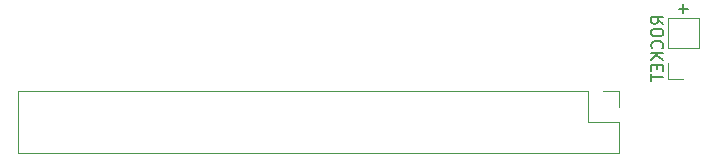
<source format=gbr>
%TF.GenerationSoftware,KiCad,Pcbnew,(5.1.8)-1*%
%TF.CreationDate,2021-09-15T23:56:30-04:00*%
%TF.ProjectId,PiRaceHat,50695261-6365-4486-9174-2e6b69636164,rev?*%
%TF.SameCoordinates,Original*%
%TF.FileFunction,Legend,Bot*%
%TF.FilePolarity,Positive*%
%FSLAX46Y46*%
G04 Gerber Fmt 4.6, Leading zero omitted, Abs format (unit mm)*
G04 Created by KiCad (PCBNEW (5.1.8)-1) date 2021-09-15 23:56:30*
%MOMM*%
%LPD*%
G01*
G04 APERTURE LIST*
%ADD10C,0.150000*%
%ADD11C,0.120000*%
%ADD12R,1.700000X1.700000*%
%ADD13O,1.700000X1.700000*%
%ADD14C,3.000000*%
%ADD15R,3.000000X3.000000*%
%ADD16C,6.200000*%
%ADD17R,1.500000X1.050000*%
%ADD18O,1.500000X1.050000*%
%ADD19R,1.905000X2.000000*%
%ADD20O,1.905000X2.000000*%
%ADD21R,1.574800X1.574800*%
%ADD22C,1.574800*%
%ADD23C,1.200000*%
%ADD24R,1.600000X1.600000*%
%ADD25C,1.600000*%
%ADD26O,1.600000X1.600000*%
G04 APERTURE END LIST*
D10*
X93409048Y-72968571D02*
X94170953Y-72968571D01*
X93790001Y-72587619D02*
X93790001Y-73349523D01*
X92082380Y-74257380D02*
X91606190Y-73924047D01*
X92082380Y-73685952D02*
X91082380Y-73685952D01*
X91082380Y-74066904D01*
X91130000Y-74162142D01*
X91177619Y-74209761D01*
X91272857Y-74257380D01*
X91415714Y-74257380D01*
X91510952Y-74209761D01*
X91558571Y-74162142D01*
X91606190Y-74066904D01*
X91606190Y-73685952D01*
X91082380Y-74876428D02*
X91082380Y-75066904D01*
X91130000Y-75162142D01*
X91225238Y-75257380D01*
X91415714Y-75305000D01*
X91749047Y-75305000D01*
X91939523Y-75257380D01*
X92034761Y-75162142D01*
X92082380Y-75066904D01*
X92082380Y-74876428D01*
X92034761Y-74781190D01*
X91939523Y-74685952D01*
X91749047Y-74638333D01*
X91415714Y-74638333D01*
X91225238Y-74685952D01*
X91130000Y-74781190D01*
X91082380Y-74876428D01*
X91987142Y-76305000D02*
X92034761Y-76257380D01*
X92082380Y-76114523D01*
X92082380Y-76019285D01*
X92034761Y-75876428D01*
X91939523Y-75781190D01*
X91844285Y-75733571D01*
X91653809Y-75685952D01*
X91510952Y-75685952D01*
X91320476Y-75733571D01*
X91225238Y-75781190D01*
X91130000Y-75876428D01*
X91082380Y-76019285D01*
X91082380Y-76114523D01*
X91130000Y-76257380D01*
X91177619Y-76305000D01*
X92082380Y-76733571D02*
X91082380Y-76733571D01*
X92082380Y-77305000D02*
X91510952Y-76876428D01*
X91082380Y-77305000D02*
X91653809Y-76733571D01*
X91558571Y-77733571D02*
X91558571Y-78066904D01*
X92082380Y-78209761D02*
X92082380Y-77733571D01*
X91082380Y-77733571D01*
X91082380Y-78209761D01*
X91082380Y-78495476D02*
X91082380Y-79066904D01*
X92082380Y-78781190D02*
X91082380Y-78781190D01*
D11*
%TO.C,J1*%
X88360000Y-81270000D02*
X88360000Y-79940000D01*
X88360000Y-79940000D02*
X87030000Y-79940000D01*
X88360000Y-82540000D02*
X85760000Y-82540000D01*
X85760000Y-82540000D02*
X85760000Y-79940000D01*
X85760000Y-79940000D02*
X37440000Y-79940000D01*
X37440000Y-85140000D02*
X37440000Y-79940000D01*
X88360000Y-85140000D02*
X37440000Y-85140000D01*
X88360000Y-85140000D02*
X88360000Y-82540000D01*
%TO.C,J13*%
X92460000Y-73710000D02*
X95120000Y-73710000D01*
X92460000Y-76310000D02*
X92460000Y-73710000D01*
X95120000Y-76310000D02*
X95120000Y-73710000D01*
X92460000Y-76310000D02*
X95120000Y-76310000D01*
X92460000Y-77580000D02*
X92460000Y-78910000D01*
X92460000Y-78910000D02*
X93790000Y-78910000D01*
%TD*%
%LPC*%
D12*
%TO.C,J3*%
X56550000Y-78730000D03*
D13*
X54010000Y-78730000D03*
X51470000Y-78730000D03*
X48930000Y-78730000D03*
X46390000Y-78730000D03*
%TD*%
D12*
%TO.C,J2*%
X38610000Y-73050000D03*
D13*
X41150000Y-73050000D03*
X43690000Y-73050000D03*
X46230000Y-73050000D03*
X48770000Y-73050000D03*
X51310000Y-73050000D03*
%TD*%
D14*
%TO.C,J7*%
X91580000Y-70670000D03*
D15*
X91580000Y-65590000D03*
%TD*%
D14*
%TO.C,J8*%
X91570000Y-45410000D03*
D15*
X91570000Y-50490000D03*
%TD*%
D14*
%TO.C,J9*%
X85230000Y-70670000D03*
D15*
X85230000Y-65590000D03*
%TD*%
D16*
%TO.C,*%
X33900000Y-82540000D03*
%TD*%
%TO.C,*%
X33900000Y-33540000D03*
%TD*%
%TO.C,*%
X91900000Y-33540000D03*
%TD*%
%TO.C,*%
X91900000Y-82540000D03*
%TD*%
D12*
%TO.C,J1*%
X87030000Y-81270000D03*
D13*
X87030000Y-83810000D03*
X84490000Y-81270000D03*
X84490000Y-83810000D03*
X81950000Y-81270000D03*
X81950000Y-83810000D03*
X79410000Y-81270000D03*
X79410000Y-83810000D03*
X76870000Y-81270000D03*
X76870000Y-83810000D03*
X74330000Y-81270000D03*
X74330000Y-83810000D03*
X71790000Y-81270000D03*
X71790000Y-83810000D03*
X69250000Y-81270000D03*
X69250000Y-83810000D03*
X66710000Y-81270000D03*
X66710000Y-83810000D03*
X64170000Y-81270000D03*
X64170000Y-83810000D03*
X61630000Y-81270000D03*
X61630000Y-83810000D03*
X59090000Y-81270000D03*
X59090000Y-83810000D03*
X56550000Y-81270000D03*
X56550000Y-83810000D03*
X54010000Y-81270000D03*
X54010000Y-83810000D03*
X51470000Y-81270000D03*
X51470000Y-83810000D03*
X48930000Y-81270000D03*
X48930000Y-83810000D03*
X46390000Y-81270000D03*
X46390000Y-83810000D03*
X43850000Y-81270000D03*
X43850000Y-83810000D03*
X41310000Y-81270000D03*
X41310000Y-83810000D03*
X38770000Y-81270000D03*
X38770000Y-83810000D03*
%TD*%
D12*
%TO.C,J4*%
X76750000Y-72660000D03*
D13*
X76750000Y-75200000D03*
X76750000Y-77740000D03*
%TD*%
D12*
%TO.C,J5*%
X69540000Y-72660000D03*
D13*
X69540000Y-75200000D03*
X69540000Y-77740000D03*
%TD*%
%TO.C,J6*%
X73140000Y-77740000D03*
X73140000Y-75200000D03*
D12*
X73140000Y-72660000D03*
%TD*%
%TO.C,J10*%
X62340000Y-77710000D03*
D13*
X62340000Y-75170000D03*
X62340000Y-72630000D03*
X62340000Y-70090000D03*
%TD*%
%TO.C,J11*%
X65940000Y-70090000D03*
X65940000Y-72630000D03*
X65940000Y-75170000D03*
D12*
X65940000Y-77710000D03*
%TD*%
%TO.C,J12*%
X91900000Y-40900000D03*
D13*
X91900000Y-38360000D03*
%TD*%
%TO.C,J13*%
X93790000Y-75040000D03*
D12*
X93790000Y-77580000D03*
%TD*%
D17*
%TO.C,Q1*%
X53030000Y-34210000D03*
D18*
X53030000Y-36750000D03*
X53030000Y-35480000D03*
%TD*%
%TO.C,Q2*%
X53030000Y-40940000D03*
X53030000Y-42210000D03*
D17*
X53030000Y-39670000D03*
%TD*%
D18*
%TO.C,Q3*%
X82860000Y-39290000D03*
X82860000Y-40560000D03*
D17*
X82860000Y-38020000D03*
%TD*%
D19*
%TO.C,Q4*%
X84200000Y-76630000D03*
D20*
X86740000Y-76630000D03*
X89280000Y-76630000D03*
%TD*%
D21*
%TO.C,U1*%
X42580000Y-46630000D03*
D22*
X45120000Y-46630000D03*
X47660000Y-46630000D03*
X50200000Y-46630000D03*
X52740000Y-46630000D03*
X55280000Y-46630000D03*
X57820000Y-46630000D03*
X60360000Y-46630000D03*
X62900000Y-46630000D03*
X65440000Y-46630000D03*
X67980000Y-46630000D03*
X70520000Y-46630000D03*
X73060000Y-46630000D03*
X75600000Y-46630000D03*
X78140000Y-46630000D03*
X80680000Y-46630000D03*
X83220000Y-46630000D03*
X83220000Y-31390000D03*
X80680000Y-31390000D03*
X78140000Y-31390000D03*
X75600000Y-31390000D03*
X73060000Y-31390000D03*
X70520000Y-31390000D03*
X67980000Y-31390000D03*
X65440000Y-31390000D03*
X62900000Y-31390000D03*
X60360000Y-31390000D03*
X57820000Y-31390000D03*
X55280000Y-31390000D03*
X52740000Y-31390000D03*
X50200000Y-31390000D03*
X47660000Y-31390000D03*
X45120000Y-31390000D03*
X42580000Y-31390000D03*
D23*
X85760000Y-46630000D03*
X85760000Y-31390000D03*
X40040000Y-46630000D03*
X40040000Y-31390000D03*
%TD*%
D24*
%TO.C,C1*%
X42880000Y-78300000D03*
D25*
X40880000Y-78300000D03*
%TD*%
%TO.C,C2*%
X34270000Y-39960000D03*
D24*
X36270000Y-39960000D03*
%TD*%
D26*
%TO.C,R1*%
X60260000Y-42420000D03*
D25*
X60260000Y-34800000D03*
%TD*%
%TO.C,R2*%
X57260000Y-34800000D03*
D26*
X57260000Y-42420000D03*
%TD*%
D25*
%TO.C,R3*%
X66260000Y-34800000D03*
D26*
X66260000Y-42420000D03*
%TD*%
%TO.C,R4*%
X63260000Y-42420000D03*
D25*
X63260000Y-34800000D03*
%TD*%
%TO.C,R5*%
X70430000Y-37800000D03*
D26*
X78050000Y-37800000D03*
%TD*%
%TO.C,R6*%
X78050000Y-40800000D03*
D25*
X70430000Y-40800000D03*
%TD*%
M02*

</source>
